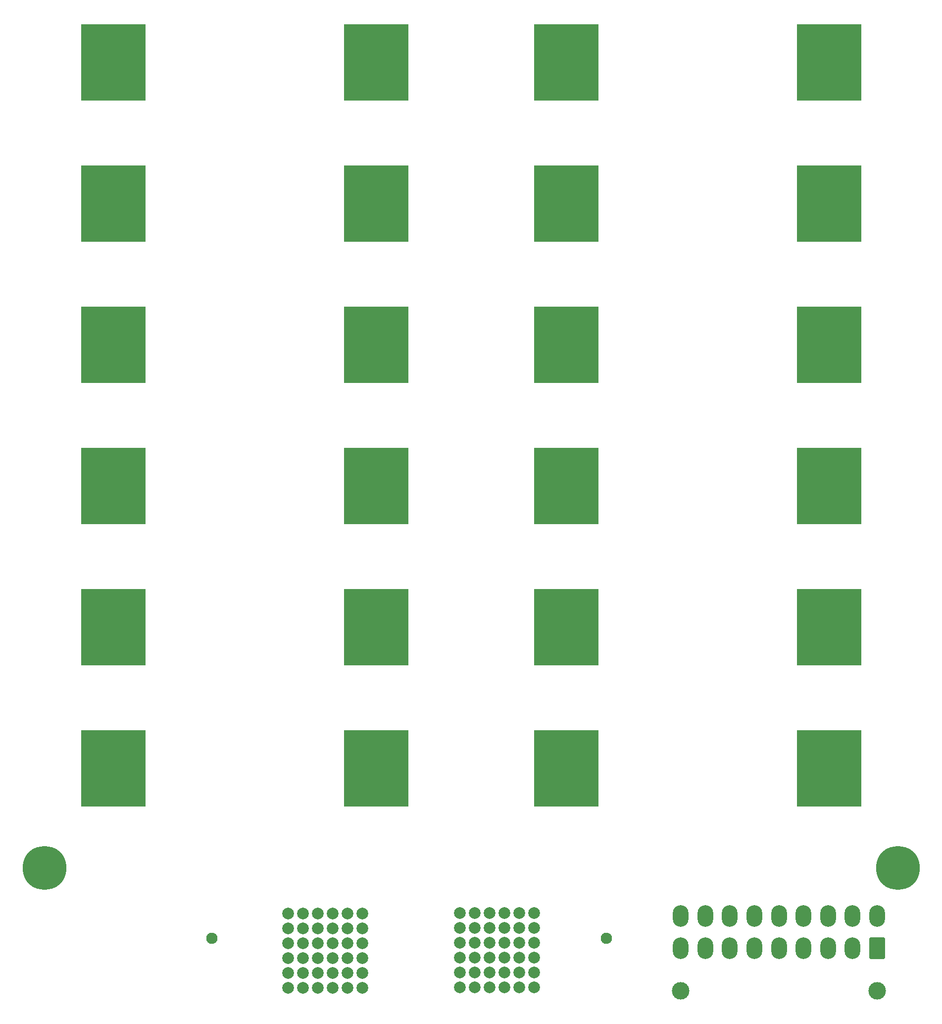
<source format=gbs>
G04 #@! TF.GenerationSoftware,KiCad,Pcbnew,8.0.5*
G04 #@! TF.CreationDate,2024-11-12T22:59:12-08:00*
G04 #@! TF.ProjectId,URBAN_CELL_BOARD,55524241-4e5f-4434-954c-4c5f424f4152,rev?*
G04 #@! TF.SameCoordinates,Original*
G04 #@! TF.FileFunction,Soldermask,Bot*
G04 #@! TF.FilePolarity,Negative*
%FSLAX46Y46*%
G04 Gerber Fmt 4.6, Leading zero omitted, Abs format (unit mm)*
G04 Created by KiCad (PCBNEW 8.0.5) date 2024-11-12 22:59:12*
%MOMM*%
%LPD*%
G01*
G04 APERTURE LIST*
G04 Aperture macros list*
%AMRoundRect*
0 Rectangle with rounded corners*
0 $1 Rounding radius*
0 $2 $3 $4 $5 $6 $7 $8 $9 X,Y pos of 4 corners*
0 Add a 4 corners polygon primitive as box body*
4,1,4,$2,$3,$4,$5,$6,$7,$8,$9,$2,$3,0*
0 Add four circle primitives for the rounded corners*
1,1,$1+$1,$2,$3*
1,1,$1+$1,$4,$5*
1,1,$1+$1,$6,$7*
1,1,$1+$1,$8,$9*
0 Add four rect primitives between the rounded corners*
20,1,$1+$1,$2,$3,$4,$5,0*
20,1,$1+$1,$4,$5,$6,$7,0*
20,1,$1+$1,$6,$7,$8,$9,0*
20,1,$1+$1,$8,$9,$2,$3,0*%
G04 Aperture macros list end*
%ADD10C,9.000000*%
%ADD11R,11.000000X13.000000*%
%ADD12C,2.004000*%
%ADD13C,3.000000*%
%ADD14RoundRect,0.250001X1.099999X1.599999X-1.099999X1.599999X-1.099999X-1.599999X1.099999X-1.599999X0*%
%ADD15O,2.700000X3.700000*%
%ADD16C,1.930000*%
%ADD17C,7.500000*%
G04 APERTURE END LIST*
D10*
X148629000Y-119750000D03*
D11*
X148629000Y-119750000D03*
D10*
X103689000Y-119750000D03*
D11*
X103689000Y-119750000D03*
D10*
X226129000Y-119750000D03*
D11*
X226129000Y-119750000D03*
D10*
X181189000Y-119750000D03*
D11*
X181189000Y-119750000D03*
D10*
X148629000Y-143884000D03*
D11*
X148629000Y-143884000D03*
D10*
X103689000Y-143884000D03*
D11*
X103689000Y-143884000D03*
D10*
X226129000Y-168018000D03*
D11*
X226129000Y-168018000D03*
D10*
X181189000Y-168018000D03*
D11*
X181189000Y-168018000D03*
D12*
X133550000Y-265250000D03*
X133550000Y-267790000D03*
X133550000Y-270330000D03*
X133550000Y-272870000D03*
X133550000Y-275410000D03*
X133550000Y-277950000D03*
X136090000Y-265250000D03*
X136090000Y-267790000D03*
X136090000Y-270330000D03*
X136090000Y-272870000D03*
X136090000Y-275410000D03*
X136090000Y-277950000D03*
X138630000Y-265250000D03*
X138630000Y-267790000D03*
X138630000Y-270330000D03*
X138630000Y-272870000D03*
X138630000Y-275410000D03*
X138630000Y-277950000D03*
X141170000Y-265250000D03*
X141170000Y-267790000D03*
X141170000Y-270330000D03*
X141170000Y-272870000D03*
X141170000Y-275410000D03*
X141170000Y-277950000D03*
X143710000Y-265250000D03*
X143710000Y-267790000D03*
X143710000Y-270330000D03*
X143710000Y-272870000D03*
X143710000Y-275410000D03*
X143710000Y-277950000D03*
X146250000Y-265250000D03*
X146250000Y-267790000D03*
X146250000Y-270330000D03*
X146250000Y-272870000D03*
X146250000Y-275410000D03*
X146250000Y-277950000D03*
D13*
X234315000Y-278445000D03*
X200715000Y-278445000D03*
D14*
X234315000Y-271145000D03*
D15*
X230115000Y-271145000D03*
X225915000Y-271145000D03*
X221715000Y-271145000D03*
X217515000Y-271145000D03*
X213315000Y-271145000D03*
X209115000Y-271145000D03*
X204915000Y-271145000D03*
X200715000Y-271145000D03*
X234315000Y-265645000D03*
X230115000Y-265645000D03*
X225915000Y-265645000D03*
X221715000Y-265645000D03*
X217515000Y-265645000D03*
X213315000Y-265645000D03*
X209115000Y-265645000D03*
X204915000Y-265645000D03*
X200715000Y-265645000D03*
D16*
X188000000Y-269440000D03*
D10*
X148629000Y-192153000D03*
D11*
X148629000Y-192153000D03*
D10*
X103689000Y-192153000D03*
D11*
X103689000Y-192153000D03*
D10*
X226129000Y-192153000D03*
D11*
X226129000Y-192153000D03*
D10*
X181189000Y-192153000D03*
D11*
X181189000Y-192153000D03*
D10*
X148629000Y-168018000D03*
D11*
X148629000Y-168018000D03*
D10*
X103689000Y-168018000D03*
D11*
X103689000Y-168018000D03*
D10*
X226129000Y-216287000D03*
D11*
X226129000Y-216287000D03*
D10*
X181189000Y-216287000D03*
D11*
X181189000Y-216287000D03*
D12*
X162920000Y-265130000D03*
X162920000Y-267670000D03*
X162920000Y-270210000D03*
X162920000Y-272750000D03*
X162920000Y-275290000D03*
X162920000Y-277830000D03*
X165460000Y-265130000D03*
X165460000Y-267670000D03*
X165460000Y-270210000D03*
X165460000Y-272750000D03*
X165460000Y-275290000D03*
X165460000Y-277830000D03*
X168000000Y-265130000D03*
X168000000Y-267670000D03*
X168000000Y-270210000D03*
X168000000Y-272750000D03*
X168000000Y-275290000D03*
X168000000Y-277830000D03*
X170540000Y-265130000D03*
X170540000Y-267670000D03*
X170540000Y-270210000D03*
X170540000Y-272750000D03*
X170540000Y-275290000D03*
X170540000Y-277830000D03*
X173080000Y-265130000D03*
X173080000Y-267670000D03*
X173080000Y-270210000D03*
X173080000Y-272750000D03*
X173080000Y-275290000D03*
X173080000Y-277830000D03*
X175620000Y-265130000D03*
X175620000Y-267670000D03*
X175620000Y-270210000D03*
X175620000Y-272750000D03*
X175620000Y-275290000D03*
X175620000Y-277830000D03*
D17*
X237879000Y-257421000D03*
D10*
X148629000Y-240421000D03*
D11*
X148629000Y-240421000D03*
D10*
X103689000Y-240421000D03*
D11*
X103689000Y-240421000D03*
D16*
X120500000Y-269440000D03*
D10*
X226129000Y-240421000D03*
D11*
X226129000Y-240421000D03*
D10*
X181189000Y-240421000D03*
D11*
X181189000Y-240421000D03*
D17*
X91879000Y-257421000D03*
D10*
X148629000Y-216287000D03*
D11*
X148629000Y-216287000D03*
D10*
X103689000Y-216287000D03*
D11*
X103689000Y-216287000D03*
D10*
X226129000Y-143884000D03*
D11*
X226129000Y-143884000D03*
D10*
X181189000Y-143884000D03*
D11*
X181189000Y-143884000D03*
M02*

</source>
